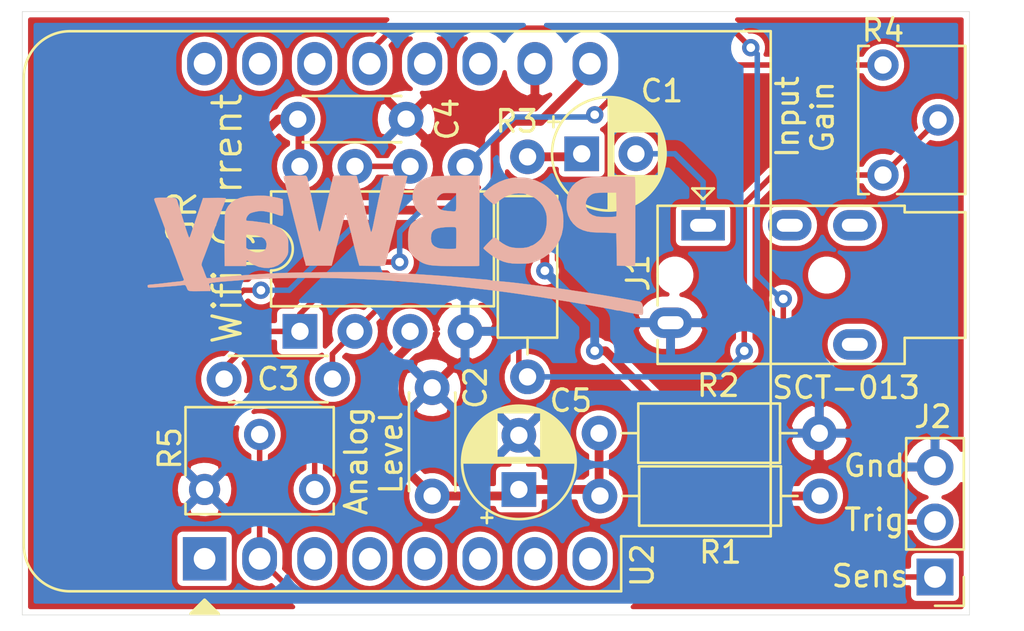
<source format=kicad_pcb>
(kicad_pcb (version 20171130) (host pcbnew "(5.1.2-1)-1")
  (layers (0 F.Cu signal) (31 B.Cu signal) (34 B.Paste user hide) (35 F.Paste user) (36 B.SilkS user) (37 F.SilkS user) (38 B.Mask user hide) (39 F.Mask user hide) (44 Edge.Cuts user))
  (net 0 "")
  (net 1 GNDREF)
  (net 2 "Net-(U2-Pad7)")
  (net 3 "Net-(U2-Pad8)")
  (net 4 "Net-(C1-Pad1)")
  (net 5 "Net-(C1-Pad2)")
  (net 6 "Net-(C2-Pad1)")
  (net 7 "Net-(C3-Pad1)")
  (net 8 "Net-(C3-Pad2)")
  (net 9 +5V)
  (net 10 "Net-(J1-PadR1)")
  (net 11 "Net-(J1-PadR2)")
  (net 12 /Sensor)
  (net 13 /Triggered)
  (net 14 "Net-(U2-Pad1)")
  (net 15 "Net-(U2-Pad3)")
  (net 16 "Net-(U2-Pad4)")
  (net 17 "Net-(U2-Pad5)")
  (net 18 "Net-(U2-Pad6)")
  (net 19 "Net-(U2-Pad11)")
  (net 20 "Net-(U2-Pad12)")
  (net 21 "Net-(U2-Pad14)")
  (net 22 "Net-(U2-Pad15)")
  (net 23 "Net-(U2-Pad16)")
  (net 24 "Net-(R5-Pad3)")
  (module Capacitor_THT:CP_Radial_D5.0mm_P2.50mm (layer F.Cu) (at 125.111 75.071)
    (fp_text reference C1 (at 3.7 -2.9) (layer F.SilkS))
    (fp_text value 10uF)
    (pad 1 thru_hole rect (at 0 0) (size 1.6 1.6) (drill 0.8) (layers *.Cu *.Mask) (net 4 "Net-(C1-Pad1)"))
    (pad 2 thru_hole circle (at 2.5 0) (size 1.6 1.6) (drill 0.8) (layers *.Cu *.Mask) (net 5 "Net-(C1-Pad2)"))
  )
  (module "_Custom_Footprints:pcb way logo" (layer B.Cu) (at 116.511 79.971 180)
    (fp_text reference G*** hide)
    (fp_text value LOGO hide)
  )
  (module Capacitor_THT:C_Disc_D4.3mm_W1.9mm_P5.00mm (layer F.Cu) (at 118.211 90.871 90)
    (fp_text reference C2 (at 5 2 90) (layer F.SilkS))
    (fp_text value 100nF)
    (pad 2 thru_hole circle (at 5 0 90) (size 1.6 1.6) (drill 0.8) (layers *.Cu *.Mask) (net 1 GNDREF))
    (pad 1 thru_hole circle (at 0 0 90) (size 1.6 1.6) (drill 0.8) (layers *.Cu *.Mask) (net 6 "Net-(C2-Pad1)"))
  )
  (module Capacitor_THT:C_Disc_D4.3mm_W1.9mm_P5.00mm (layer F.Cu) (at 108.611 85.471)
    (fp_text reference C3 (at 2.5 0) (layer F.SilkS))
    (fp_text value DNI)
    (pad 1 thru_hole circle (at 0 0) (size 1.6 1.6) (drill 0.8) (layers *.Cu *.Mask) (net 7 "Net-(C3-Pad1)"))
    (pad 2 thru_hole circle (at 5 0) (size 1.6 1.6) (drill 0.8) (layers *.Cu *.Mask) (net 8 "Net-(C3-Pad2)"))
  )
  (module Capacitor_THT:C_Disc_D4.3mm_W1.9mm_P5.00mm (layer F.Cu) (at 112.011 73.471)
    (fp_text reference C4 (at 6.9 0 90) (layer F.SilkS))
    (fp_text value 100nF)
    (pad 1 thru_hole circle (at 0 0) (size 1.6 1.6) (drill 0.8) (layers *.Cu *.Mask) (net 9 +5V))
    (pad 2 thru_hole circle (at 5 0) (size 1.6 1.6) (drill 0.8) (layers *.Cu *.Mask) (net 1 GNDREF))
  )
  (module Connector_Audio:Jack_3.5mm_PJ320E_Horizontal (layer F.Cu) (at 130.711 78.371 270)
    (fp_text reference J1 (at 2.2 3 90) (layer F.SilkS))
    (fp_text value "3.5mm Jack")
    (pad "" thru_hole oval (at 5.5 -7 180) (size 2 1.4) (drill oval 1.2 0.6) (layers *.Cu *.Mask))
    (pad S thru_hole oval (at 4.5 1.5 180) (size 2 1.4) (drill oval 1.2 0.6) (layers *.Cu *.Mask) (net 1 GNDREF))
    (pad T thru_hole rect (at 0 0 180) (size 2 1.4) (drill oval 1.2 0.6) (layers *.Cu *.Mask) (net 5 "Net-(C1-Pad2)"))
    (pad R1 thru_hole oval (at 0 -4 180) (size 2 1.4) (drill oval 1.2 0.6) (layers *.Cu *.Mask) (net 10 "Net-(J1-PadR1)"))
    (pad R2 thru_hole oval (at 0 -7 180) (size 2 1.4) (drill oval 1.2 0.6) (layers *.Cu *.Mask) (net 11 "Net-(J1-PadR2)"))
    (pad "" np_thru_hole circle (at 2.3 -5.7 180) (size 1.2 1.2) (drill 1.2) (layers *.Cu *.Mask))
    (pad "" np_thru_hole circle (at 2.3 1.3 180) (size 1.2 1.2) (drill 1.2) (layers *.Cu *.Mask))
  )
  (module Connector_PinHeader_2.54mm:PinHeader_1x03_P2.54mm_Vertical (layer F.Cu) (at 141.411 94.611 180)
    (fp_text reference J2 (at 0.1 7.4) (layer F.SilkS))
    (fp_text value Conn_01x03)
    (pad 1 thru_hole rect (at 0 0 180) (size 1.7 1.7) (drill 1) (layers *.Cu *.Mask) (net 12 /Sensor))
    (pad 2 thru_hole oval (at 0 2.54 180) (size 1.7 1.7) (drill 1) (layers *.Cu *.Mask) (net 13 /Triggered))
    (pad 3 thru_hole oval (at 0 5.08 180) (size 1.7 1.7) (drill 1) (layers *.Cu *.Mask) (net 1 GNDREF))
  )
  (module Potentiometer_THT:Potentiometer_Vishay_T73XX_Horizontal (layer F.Cu) (at 139.011 70.971)
    (fp_text reference R4 (at 0 -1.6) (layer F.SilkS))
    (fp_text value 25K)
    (pad 3 thru_hole circle (at 0 5.08) (size 1.44 1.44) (drill 0.8) (layers *.Cu *.Mask) (net 8 "Net-(C3-Pad2)"))
    (pad 2 thru_hole circle (at 2.54 2.54) (size 1.44 1.44) (drill 0.8) (layers *.Cu *.Mask) (net 8 "Net-(C3-Pad2)"))
    (pad 1 thru_hole circle (at 0 0) (size 1.44 1.44) (drill 0.8) (layers *.Cu *.Mask) (net 7 "Net-(C3-Pad1)"))
  )
  (module Potentiometer_THT:Potentiometer_Vishay_T73XX_Horizontal (layer F.Cu) (at 107.711 90.571 90)
    (fp_text reference R5 (at 1.9 -1.6 90) (layer F.SilkS))
    (fp_text value 25K)
    (pad 1 thru_hole circle (at 0 0 90) (size 1.44 1.44) (drill 0.8) (layers *.Cu *.Mask) (net 1 GNDREF))
    (pad 2 thru_hole circle (at 2.54 2.54 90) (size 1.44 1.44) (drill 0.8) (layers *.Cu *.Mask) (net 12 /Sensor))
    (pad 3 thru_hole circle (at 0 5.08 90) (size 1.44 1.44) (drill 0.8) (layers *.Cu *.Mask) (net 24 "Net-(R5-Pad3)"))
  )
  (module Module:WEMOS_D1_mini_light (layer F.Cu) (at 107.711 93.771 90)
    (fp_text reference U2 (at -0.3 20.2 90) (layer F.SilkS))
    (fp_text value WeMos_D1_mini)
    (pad 2 thru_hole oval (at 0 2.54 90) (size 2 1.6) (drill 1) (layers *.Cu *.Mask) (net 12 /Sensor))
    (pad 1 thru_hole rect (at 0 0 90) (size 2 2) (drill 1) (layers *.Cu *.Mask) (net 14 "Net-(U2-Pad1)"))
    (pad 3 thru_hole oval (at 0 5.08 90) (size 2 1.6) (drill 1) (layers *.Cu *.Mask) (net 15 "Net-(U2-Pad3)"))
    (pad 4 thru_hole oval (at 0 7.62 90) (size 2 1.6) (drill 1) (layers *.Cu *.Mask) (net 16 "Net-(U2-Pad4)"))
    (pad 5 thru_hole oval (at 0 10.16 90) (size 2 1.6) (drill 1) (layers *.Cu *.Mask) (net 17 "Net-(U2-Pad5)"))
    (pad 6 thru_hole oval (at 0 12.7 90) (size 2 1.6) (drill 1) (layers *.Cu *.Mask) (net 18 "Net-(U2-Pad6)"))
    (pad 7 thru_hole oval (at 0 15.24 90) (size 2 1.6) (drill 1) (layers *.Cu *.Mask) (net 2 "Net-(U2-Pad7)"))
    (pad 8 thru_hole oval (at 0 17.78 90) (size 2 1.6) (drill 1) (layers *.Cu *.Mask) (net 3 "Net-(U2-Pad8)"))
    (pad 9 thru_hole oval (at 22.86 17.78 90) (size 2 1.6) (drill 1) (layers *.Cu *.Mask) (net 9 +5V))
    (pad 10 thru_hole oval (at 22.86 15.24 90) (size 2 1.6) (drill 1) (layers *.Cu *.Mask) (net 1 GNDREF))
    (pad 11 thru_hole oval (at 22.86 12.7 90) (size 2 1.6) (drill 1) (layers *.Cu *.Mask) (net 19 "Net-(U2-Pad11)"))
    (pad 12 thru_hole oval (at 22.86 10.16 90) (size 2 1.6) (drill 1) (layers *.Cu *.Mask) (net 20 "Net-(U2-Pad12)"))
    (pad 13 thru_hole oval (at 22.86 7.62 90) (size 2 1.6) (drill 1) (layers *.Cu *.Mask) (net 13 /Triggered))
    (pad 14 thru_hole oval (at 22.86 5.08 90) (size 2 1.6) (drill 1) (layers *.Cu *.Mask) (net 21 "Net-(U2-Pad14)"))
    (pad 15 thru_hole oval (at 22.86 2.54 90) (size 2 1.6) (drill 1) (layers *.Cu *.Mask) (net 22 "Net-(U2-Pad15)"))
    (pad 16 thru_hole oval (at 22.86 0 90) (size 2 1.6) (drill 1) (layers *.Cu *.Mask) (net 23 "Net-(U2-Pad16)"))
  )
  (module Package_DIP:DIP-8_W7.62mm (layer F.Cu) (at 112.111 83.271 90)
    (fp_text reference U1 (at 3.9 -1.9 90) (layer F.SilkS))
    (fp_text value LM358)
    (pad 1 thru_hole rect (at 0 0 90) (size 1.6 1.6) (drill 0.8) (layers *.Cu *.Mask) (net 7 "Net-(C3-Pad1)"))
    (pad 5 thru_hole oval (at 7.62 7.62 90) (size 1.6 1.6) (drill 0.8) (layers *.Cu *.Mask) (net 7 "Net-(C3-Pad1)"))
    (pad 2 thru_hole oval (at 0 2.54 90) (size 1.6 1.6) (drill 0.8) (layers *.Cu *.Mask) (net 8 "Net-(C3-Pad2)"))
    (pad 6 thru_hole oval (at 7.62 5.08 90) (size 1.6 1.6) (drill 0.8) (layers *.Cu *.Mask) (net 24 "Net-(R5-Pad3)"))
    (pad 3 thru_hole oval (at 0 5.08 90) (size 1.6 1.6) (drill 0.8) (layers *.Cu *.Mask) (net 6 "Net-(C2-Pad1)"))
    (pad 7 thru_hole oval (at 7.62 2.54 90) (size 1.6 1.6) (drill 0.8) (layers *.Cu *.Mask) (net 24 "Net-(R5-Pad3)"))
    (pad 4 thru_hole oval (at 0 7.62 90) (size 1.6 1.6) (drill 0.8) (layers *.Cu *.Mask) (net 1 GNDREF))
    (pad 8 thru_hole oval (at 7.62 0 90) (size 1.6 1.6) (drill 0.8) (layers *.Cu *.Mask) (net 9 +5V))
  )
  (module Resistor_THT:R_Axial_DIN0207_L6.3mm_D2.5mm_P10.16mm_Horizontal (layer F.Cu) (at 136.111 90.871 180)
    (fp_text reference R1 (at 4.6 -2.6 180) (layer F.SilkS))
    (fp_text value 10K)
    (pad 1 thru_hole circle (at 0 0 180) (size 1.6 1.6) (drill 0.8) (layers *.Cu *.Mask) (net 9 +5V))
    (pad 2 thru_hole oval (at 10.16 0 180) (size 1.6 1.6) (drill 0.8) (layers *.Cu *.Mask) (net 6 "Net-(C2-Pad1)"))
  )
  (module Resistor_THT:R_Axial_DIN0207_L6.3mm_D2.5mm_P10.16mm_Horizontal (layer F.Cu) (at 125.911 87.971)
    (fp_text reference R2 (at 5.5 -2.2 180) (layer F.SilkS))
    (fp_text value 4K7)
    (pad 1 thru_hole circle (at 0 0) (size 1.6 1.6) (drill 0.8) (layers *.Cu *.Mask) (net 6 "Net-(C2-Pad1)"))
    (pad 2 thru_hole oval (at 10.16 0) (size 1.6 1.6) (drill 0.8) (layers *.Cu *.Mask) (net 1 GNDREF))
  )
  (module Resistor_THT:R_Axial_DIN0207_L6.3mm_D2.5mm_P10.16mm_Horizontal (layer F.Cu) (at 122.611 85.371 90)
    (fp_text reference R3 (at 11.8 -0.5 180) (layer F.SilkS))
    (fp_text value 1K)
    (pad 2 thru_hole oval (at 10.16 0 90) (size 1.6 1.6) (drill 0.8) (layers *.Cu *.Mask) (net 4 "Net-(C1-Pad1)"))
    (pad 1 thru_hole circle (at 0 0 90) (size 1.6 1.6) (drill 0.8) (layers *.Cu *.Mask) (net 8 "Net-(C3-Pad2)"))
  )
  (module Capacitor_THT:CP_Radial_D5.0mm_P2.50mm (layer F.Cu) (at 122.211 90.571 90)
    (fp_text reference C5 (at 4.1 2.4 180) (layer F.SilkS))
    (fp_text value 47uF)
    (pad 1 thru_hole rect (at 0 0 90) (size 1.6 1.6) (drill 0.8) (layers *.Cu *.Mask) (net 6 "Net-(C2-Pad1)"))
    (pad 2 thru_hole circle (at 2.5 0 90) (size 1.6 1.6) (drill 0.8) (layers *.Cu *.Mask) (net 1 GNDREF))
  )
  (gr_text SCT-013 (at 137.311 85.871) (layer F.SilkS) (effects (font (size 1 1))))
  (gr_line (start 99.3 68.5038) (end 99.3 96.364) (layer Edge.Cuts) (width 0.0254))
  (gr_text "Input\nGain" (at 135.411 73.371 90) (layer F.SilkS) (effects (font (size 1 1))))
  (gr_text "Analog \nLevel" (at 115.511 88.871 90) (layer F.SilkS) (effects (font (size 1 1))))
  (gr_text Sens (at 138.411 94.571) (layer F.SilkS) (effects (font (size 1 1))))
  (gr_text Trig (at 138.611 91.971) (layer F.SilkS) (effects (font (size 1 1))))
  (gr_text Gnd (at 138.611 89.471) (layer F.SilkS) (effects (font (size 1 1))))
  (gr_text "GR\nWifi Current" (at 107.711 78.071 90) (layer F.SilkS) (effects (font (size 1.3 1.3))))
  (gr_line (start 143 96.364) (end 99.3 96.364) (layer Edge.Cuts) (width 0.0254))
  (gr_line (start 143 68.5038) (end 143 96.364) (layer Edge.Cuts) (width 0.0254))
  (gr_line (start 99.3 68.5038) (end 143 68.5038) (layer Edge.Cuts) (width 0.0254))
  (segment (start 124.971 75.211) (end 125.111 75.071) (width 0.4064) (layer F.Cu) (net 4))
  (segment (start 122.611 75.211) (end 124.971 75.211) (width 0.4064) (layer F.Cu) (net 4))
  (segment (start 127.311 75.071) (end 129.411 75.071) (width 0.254) (layer B.Cu) (net 5))
  (segment (start 130.711 76.371) (end 130.711 78.371) (width 0.254) (layer B.Cu) (net 5))
  (segment (start 129.411 75.071) (end 130.711 76.371) (width 0.254) (layer B.Cu) (net 5))
  (segment (start 117.191 83.271) (end 117.191 83.891) (width 0.4064) (layer F.Cu) (net 6))
  (segment (start 117.191 83.891) (end 116.211 84.871) (width 0.4064) (layer F.Cu) (net 6))
  (segment (start 116.211 88.871) (end 118.211 90.871) (width 0.4064) (layer F.Cu) (net 6))
  (segment (start 116.211 84.871) (end 116.211 88.871) (width 0.4064) (layer F.Cu) (net 6))
  (segment (start 121.911 90.871) (end 122.211 90.571) (width 0.4064) (layer F.Cu) (net 6))
  (segment (start 118.211 90.871) (end 121.911 90.871) (width 0.4064) (layer F.Cu) (net 6))
  (segment (start 125.651 90.571) (end 125.951 90.871) (width 0.4064) (layer F.Cu) (net 6))
  (segment (start 122.211 90.571) (end 125.651 90.571) (width 0.4064) (layer F.Cu) (net 6))
  (segment (start 125.911 90.831) (end 125.951 90.871) (width 0.4064) (layer F.Cu) (net 6))
  (segment (start 125.911 87.971) (end 125.911 90.831) (width 0.4064) (layer F.Cu) (net 6))
  (segment (start 108.611 85.471) (end 108.611 84.971) (width 0.254) (layer F.Cu) (net 7))
  (segment (start 110.311 83.271) (end 112.111 83.271) (width 0.254) (layer F.Cu) (net 7))
  (segment (start 108.611 84.971) (end 110.311 83.271) (width 0.254) (layer F.Cu) (net 7))
  (segment (start 112.111 83.271) (end 112.111 82.471) (width 0.254) (layer F.Cu) (net 7))
  (segment (start 112.111 82.471) (end 114.511 80.071) (width 0.254) (layer F.Cu) (net 7))
  (via (at 116.711 80.071) (size 0.8) (drill 0.4) (layers F.Cu B.Cu) (net 7))
  (segment (start 114.511 80.071) (end 116.711 80.071) (width 0.254) (layer F.Cu) (net 7))
  (segment (start 116.711 78.671) (end 119.731 75.651) (width 0.254) (layer B.Cu) (net 7))
  (segment (start 116.711 80.071) (end 116.711 78.671) (width 0.254) (layer B.Cu) (net 7))
  (segment (start 122.011 73.371) (end 119.731 75.651) (width 0.254) (layer B.Cu) (net 7))
  (segment (start 125.711 73.271) (end 125.611 73.371) (width 0.254) (layer B.Cu) (net 7))
  (segment (start 125.611 73.371) (end 122.011 73.371) (width 0.254) (layer B.Cu) (net 7))
  (segment (start 128.011 70.971) (end 139.011 70.971) (width 0.254) (layer F.Cu) (net 7))
  (segment (start 125.711 73.271) (end 128.011 70.971) (width 0.254) (layer F.Cu) (net 7))
  (via (at 125.711 73.271) (size 0.8) (drill 0.4) (layers F.Cu B.Cu) (net 7))
  (segment (start 139.011 76.051) (end 133.931 76.051) (width 0.254) (layer F.Cu) (net 8))
  (segment (start 133.931 76.051) (end 132.611 77.371) (width 0.254) (layer F.Cu) (net 8))
  (via (at 132.611 84.171) (size 0.8) (drill 0.4) (layers F.Cu B.Cu) (net 8))
  (segment (start 132.611 77.371) (end 132.611 84.171) (width 0.254) (layer F.Cu) (net 8))
  (segment (start 132.611 84.171) (end 132.611 84.271) (width 0.254) (layer B.Cu) (net 8))
  (segment (start 131.511 85.371) (end 122.211 85.371) (width 0.254) (layer B.Cu) (net 8))
  (segment (start 132.611 84.271) (end 131.511 85.371) (width 0.254) (layer B.Cu) (net 8))
  (segment (start 113.611 84.311) (end 114.651 83.271) (width 0.254) (layer F.Cu) (net 8))
  (segment (start 113.611 85.471) (end 113.611 84.311) (width 0.254) (layer F.Cu) (net 8))
  (segment (start 122.211 85.371) (end 122.211 82.571) (width 0.254) (layer F.Cu) (net 8))
  (segment (start 122.211 82.571) (end 121.211 81.571) (width 0.254) (layer F.Cu) (net 8))
  (segment (start 116.351 81.571) (end 114.651 83.271) (width 0.254) (layer F.Cu) (net 8))
  (segment (start 121.211 81.571) (end 116.351 81.571) (width 0.254) (layer F.Cu) (net 8))
  (segment (start 139.011 76.051) (end 141.551 73.511) (width 0.25) (layer F.Cu) (net 8))
  (segment (start 111.211 77.671) (end 110.111 76.571) (width 0.4064) (layer F.Cu) (net 9))
  (segment (start 110.111 76.571) (end 110.111 74.471) (width 0.4064) (layer F.Cu) (net 9))
  (segment (start 111.111 73.471) (end 112.011 73.471) (width 0.4064) (layer F.Cu) (net 9))
  (segment (start 110.111 74.471) (end 111.111 73.471) (width 0.4064) (layer F.Cu) (net 9))
  (segment (start 112.111 73.571) (end 112.011 73.471) (width 0.4064) (layer F.Cu) (net 9))
  (segment (start 112.111 75.651) (end 112.111 73.571) (width 0.4064) (layer F.Cu) (net 9))
  (segment (start 119.811 77.671) (end 111.211 77.671) (width 0.4064) (layer F.Cu) (net 9))
  (segment (start 120.111 77.671) (end 119.811 77.671) (width 0.4064) (layer F.Cu) (net 9))
  (segment (start 121.111 74.471) (end 121.111 76.671) (width 0.4064) (layer F.Cu) (net 9))
  (segment (start 122.011 73.571) (end 121.111 74.471) (width 0.4064) (layer F.Cu) (net 9))
  (segment (start 123.211 73.571) (end 122.011 73.571) (width 0.4064) (layer F.Cu) (net 9))
  (segment (start 125.491 71.291) (end 123.211 73.571) (width 0.4064) (layer F.Cu) (net 9))
  (segment (start 125.491 70.911) (end 125.491 71.291) (width 0.4064) (layer F.Cu) (net 9))
  (via (at 125.711 84.171) (size 0.8) (drill 0.4) (layers F.Cu B.Cu) (net 9))
  (segment (start 125.711 84.171) (end 125.711 82.771) (width 0.4064) (layer B.Cu) (net 9))
  (via (at 123.411 80.471) (size 0.8) (drill 0.4) (layers F.Cu B.Cu) (net 9))
  (segment (start 125.711 82.771) (end 123.411 80.471) (width 0.4064) (layer B.Cu) (net 9))
  (segment (start 120.461 77.321) (end 120.111 77.671) (width 0.4064) (layer F.Cu) (net 9))
  (segment (start 121.111 76.671) (end 120.461 77.321) (width 0.4064) (layer F.Cu) (net 9))
  (segment (start 120.761 77.021) (end 120.461 77.321) (width 0.4064) (layer F.Cu) (net 9))
  (segment (start 120.761 77.121) (end 120.761 77.021) (width 0.4064) (layer F.Cu) (net 9))
  (segment (start 123.411 79.771) (end 120.761 77.121) (width 0.4064) (layer F.Cu) (net 9))
  (segment (start 123.411 80.471) (end 123.411 79.771) (width 0.4064) (layer F.Cu) (net 9))
  (segment (start 125.711 84.171) (end 126.211 84.171) (width 0.4064) (layer F.Cu) (net 9))
  (segment (start 132.911 90.871) (end 136.111 90.871) (width 0.4064) (layer F.Cu) (net 9))
  (segment (start 126.211 84.171) (end 132.911 90.871) (width 0.4064) (layer F.Cu) (net 9))
  (segment (start 110.251 88.031) (end 110.251 93.771) (width 0.254) (layer F.Cu) (net 12))
  (segment (start 141.411 94.611) (end 128.171 94.611) (width 0.254) (layer F.Cu) (net 12))
  (segment (start 128.171 94.611) (end 127.111 95.671) (width 0.254) (layer F.Cu) (net 12))
  (segment (start 112.151 95.671) (end 110.251 93.771) (width 0.254) (layer F.Cu) (net 12))
  (segment (start 127.111 95.671) (end 112.151 95.671) (width 0.254) (layer F.Cu) (net 12))
  (via (at 134.411 81.771) (size 0.8) (drill 0.4) (layers F.Cu B.Cu) (net 13))
  (via (at 132.911 70.171) (size 0.8) (drill 0.4) (layers F.Cu B.Cu) (net 13))
  (segment (start 133.211 70.471) (end 132.911 70.171) (width 0.254) (layer B.Cu) (net 13))
  (segment (start 133.211 80.671) (end 133.211 70.471) (width 0.254) (layer B.Cu) (net 13))
  (segment (start 134.311 81.771) (end 133.211 80.671) (width 0.254) (layer B.Cu) (net 13))
  (segment (start 134.411 81.771) (end 134.311 81.771) (width 0.254) (layer B.Cu) (net 13))
  (segment (start 115.331 70.911) (end 115.331 70.351) (width 0.254) (layer F.Cu) (net 13))
  (segment (start 115.331 70.351) (end 116.411 69.271) (width 0.254) (layer F.Cu) (net 13))
  (segment (start 132.011 69.271) (end 132.911 70.171) (width 0.254) (layer F.Cu) (net 13))
  (segment (start 116.411 69.271) (end 132.011 69.271) (width 0.254) (layer F.Cu) (net 13))
  (segment (start 134.411 83.071) (end 134.411 81.771) (width 0.254) (layer F.Cu) (net 13))
  (segment (start 139.011 87.671) (end 134.411 83.071) (width 0.254) (layer F.Cu) (net 13))
  (segment (start 139.011 91.271) (end 139.011 87.671) (width 0.254) (layer F.Cu) (net 13))
  (segment (start 139.811 92.071) (end 139.011 91.271) (width 0.254) (layer F.Cu) (net 13))
  (segment (start 141.411 92.071) (end 139.811 92.071) (width 0.254) (layer F.Cu) (net 13))
  (segment (start 117.191 75.651) (end 114.651 75.651) (width 0.254) (layer F.Cu) (net 24))
  (segment (start 114.651 75.651) (end 114.651 78.331) (width 0.25) (layer B.Cu) (net 24))
  (segment (start 114.651 78.331) (end 111.611 81.371) (width 0.25) (layer B.Cu) (net 24))
  (segment (start 111.611 81.371) (end 110.511 81.371) (width 0.25) (layer B.Cu) (net 24))
  (via (at 110.311 81.371) (size 0.8) (drill 0.4) (layers F.Cu B.Cu) (net 24))
  (segment (start 109.511 81.371) (end 110.311 81.371) (width 0.25) (layer F.Cu) (net 24))
  (segment (start 106.811 84.071) (end 109.511 81.371) (width 0.25) (layer F.Cu) (net 24))
  (segment (start 106.811 86.271) (end 106.811 84.071) (width 0.25) (layer F.Cu) (net 24))
  (segment (start 107.811 87.271) (end 106.811 86.271) (width 0.25) (layer F.Cu) (net 24))
  (segment (start 109.011 87.271) (end 107.811 87.271) (width 0.25) (layer F.Cu) (net 24))
  (segment (start 109.811 86.471) (end 109.011 87.271) (width 0.25) (layer F.Cu) (net 24))
  (segment (start 111.311 86.471) (end 109.811 86.471) (width 0.25) (layer F.Cu) (net 24))
  (segment (start 112.791 87.951) (end 111.311 86.471) (width 0.25) (layer F.Cu) (net 24))
  (segment (start 112.791 90.571) (end 112.791 87.951) (width 0.25) (layer F.Cu) (net 24))
  (zone (net 1) (net_name GNDREF) (layer F.Cu) (connect_pads (clearance 0.254)) (min_thickness 0.2032) (fill yes (arc_segments 32) (thermal_gap 0.508) (thermal_bridge_width 0.4064))
    (polygon (pts (xy 98.487329 68.127039) (xy 143.493679 68.169889) (xy 143.728322 96.972111) (xy 98.734672 96.814961)))
  )
  (zone (net 1) (net_name GNDREF) (layer B.Cu) (connect_pads (clearance 0.508)) (min_thickness 0.2032) (fill yes (arc_segments 32) (thermal_gap 0.762) (thermal_bridge_width 0.4064))
    (polygon (pts (xy 98.272584 67.969664) (xy 143.543374 68.234434) (xy 143.878626 97.107566) (xy 98.549416 96.972336)))
  )
)
</source>
